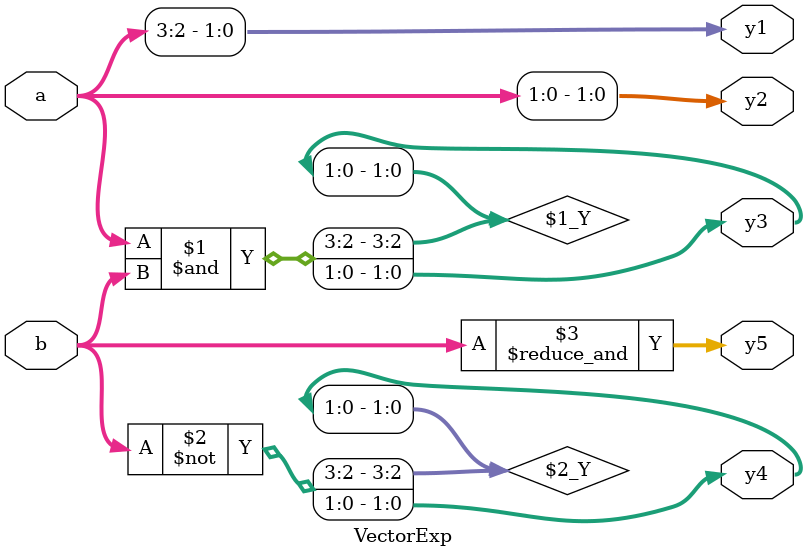
<source format=v>
module VectorExp(a,b,y1,y2,y3,y4,y5);
input [3:0]a;
input [3:0]b;
output [1:0]y1;
output [1:0]y2;
output [1:0]y3;
output [1:0]y4;
output [1:0]y5;
assign y1=a[3:2];
assign y2=a[1:0];
assign y3=a&b;
assign y4=~b;
assign y5=&b;
endmodule
</source>
